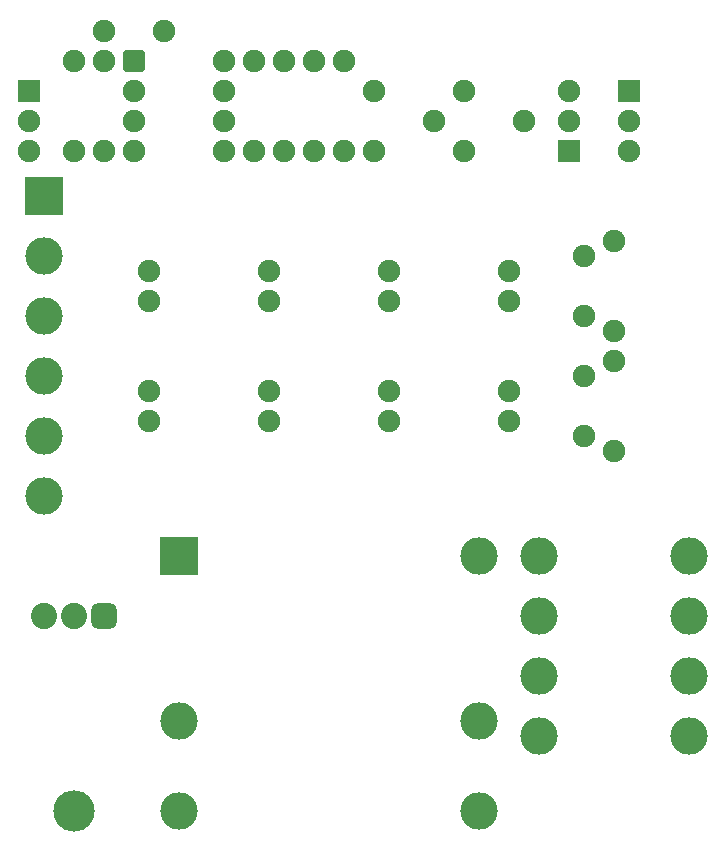
<source format=gbr>
%TF.GenerationSoftware,KiCad,Pcbnew,(6.0.0)*%
%TF.CreationDate,2023-06-01T11:48:42-04:00*%
%TF.ProjectId,SEPIC,53455049-432e-46b6-9963-61645f706362,rev?*%
%TF.SameCoordinates,Original*%
%TF.FileFunction,Soldermask,Bot*%
%TF.FilePolarity,Negative*%
%FSLAX46Y46*%
G04 Gerber Fmt 4.6, Leading zero omitted, Abs format (unit mm)*
G04 Created by KiCad (PCBNEW (6.0.0)) date 2023-06-01 11:48:42*
%MOMM*%
%LPD*%
G01*
G04 APERTURE LIST*
G04 Aperture macros list*
%AMRoundRect*
0 Rectangle with rounded corners*
0 $1 Rounding radius*
0 $2 $3 $4 $5 $6 $7 $8 $9 X,Y pos of 4 corners*
0 Add a 4 corners polygon primitive as box body*
4,1,4,$2,$3,$4,$5,$6,$7,$8,$9,$2,$3,0*
0 Add four circle primitives for the rounded corners*
1,1,$1+$1,$2,$3*
1,1,$1+$1,$4,$5*
1,1,$1+$1,$6,$7*
1,1,$1+$1,$8,$9*
0 Add four rect primitives between the rounded corners*
20,1,$1+$1,$2,$3,$4,$5,0*
20,1,$1+$1,$4,$5,$6,$7,0*
20,1,$1+$1,$6,$7,$8,$9,0*
20,1,$1+$1,$8,$9,$2,$3,0*%
G04 Aperture macros list end*
%ADD10C,3.175000*%
%ADD11C,1.905000*%
%ADD12R,3.175000X3.175000*%
%ADD13R,1.905000X1.905000*%
%ADD14O,3.500000X3.500000*%
%ADD15RoundRect,0.635000X0.476250X0.476250X-0.476250X0.476250X-0.476250X-0.476250X0.476250X-0.476250X0*%
%ADD16C,2.222500*%
%ADD17RoundRect,0.381000X-0.571500X-0.571500X0.571500X-0.571500X0.571500X0.571500X-0.571500X0.571500X0*%
G04 APERTURE END LIST*
D10*
%TO.C,D3*%
X205740000Y-95250000D03*
X193040000Y-95250000D03*
%TD*%
D11*
%TO.C,R5*%
X173990000Y-50800000D03*
X173990000Y-43180000D03*
%TD*%
%TO.C,R4*%
X186690000Y-45720000D03*
X191770000Y-48260000D03*
X186690000Y-50800000D03*
%TD*%
%TO.C,D5*%
X199390000Y-76200000D03*
X199390000Y-68580000D03*
%TD*%
%TO.C,C3*%
X170180000Y-73660000D03*
X170180000Y-71120000D03*
%TD*%
D10*
%TO.C,C1*%
X187960000Y-106680000D03*
X162560000Y-106680000D03*
%TD*%
D12*
%TO.C,H0*%
X151130000Y-54610000D03*
D10*
X151130000Y-59690000D03*
X151130000Y-74930000D03*
X151130000Y-80010000D03*
X151130000Y-64770000D03*
X151130000Y-69850000D03*
%TD*%
D13*
%TO.C,T2*%
X195580000Y-50800000D03*
D11*
X195580000Y-48260000D03*
X195580000Y-45720000D03*
%TD*%
%TO.C,C9*%
X180340000Y-60960000D03*
X180340000Y-63500000D03*
%TD*%
%TO.C,C10*%
X190500000Y-60960000D03*
X190500000Y-63500000D03*
%TD*%
%TO.C,C5*%
X190500000Y-73660000D03*
X190500000Y-71120000D03*
%TD*%
%TO.C,D6*%
X199390000Y-58420000D03*
X199390000Y-66040000D03*
%TD*%
%TO.C,R6*%
X176530000Y-43180000D03*
X176530000Y-50800000D03*
%TD*%
%TO.C,R2*%
X153670000Y-50800000D03*
X153670000Y-43180000D03*
%TD*%
D14*
%TO.C,T1*%
X153670000Y-106680000D03*
D15*
X156210000Y-90170000D03*
D16*
X153670000Y-90170000D03*
X151130000Y-90170000D03*
%TD*%
D17*
%TO.C,IC0*%
X158750000Y-43180000D03*
D11*
X158750000Y-45720000D03*
X158750000Y-48260000D03*
X158750000Y-50800000D03*
X166370000Y-50800000D03*
X166370000Y-48260000D03*
X166370000Y-45720000D03*
X166370000Y-43180000D03*
%TD*%
D10*
%TO.C,D1*%
X205740000Y-85090000D03*
X193040000Y-85090000D03*
%TD*%
%TO.C,D4*%
X205740000Y-100330000D03*
X193040000Y-100330000D03*
%TD*%
D11*
%TO.C,R3*%
X179070000Y-45720000D03*
X184150000Y-48260000D03*
X179070000Y-50800000D03*
%TD*%
%TO.C,C7*%
X160020000Y-60960000D03*
X160020000Y-63500000D03*
%TD*%
D10*
%TO.C,D2*%
X205740000Y-90170000D03*
X193040000Y-90170000D03*
%TD*%
D11*
%TO.C,C4*%
X180340000Y-73660000D03*
X180340000Y-71120000D03*
%TD*%
%TO.C,R0*%
X168910000Y-43180000D03*
X168910000Y-50800000D03*
%TD*%
D12*
%TO.C,L0*%
X162560000Y-85090000D03*
D10*
X162560000Y-99060000D03*
X187960000Y-99060000D03*
X187960000Y-85090000D03*
%TD*%
D13*
%TO.C,T0*%
X149860000Y-45720000D03*
D11*
X149860000Y-48260000D03*
X149860000Y-50800000D03*
%TD*%
%TO.C,R1*%
X171450000Y-50800000D03*
X171450000Y-43180000D03*
%TD*%
%TO.C,C0*%
X161290000Y-40640000D03*
X156210000Y-40640000D03*
%TD*%
D13*
%TO.C,T3*%
X200660000Y-45720000D03*
D11*
X200660000Y-48260000D03*
X200660000Y-50800000D03*
%TD*%
%TO.C,D0*%
X156210000Y-50800000D03*
X156210000Y-43180000D03*
%TD*%
%TO.C,C6*%
X196850000Y-74930000D03*
X196850000Y-69850000D03*
%TD*%
%TO.C,C2*%
X160020000Y-73660000D03*
X160020000Y-71120000D03*
%TD*%
%TO.C,C8*%
X170180000Y-60960000D03*
X170180000Y-63500000D03*
%TD*%
%TO.C,C11*%
X196850000Y-59690000D03*
X196850000Y-64770000D03*
%TD*%
M02*

</source>
